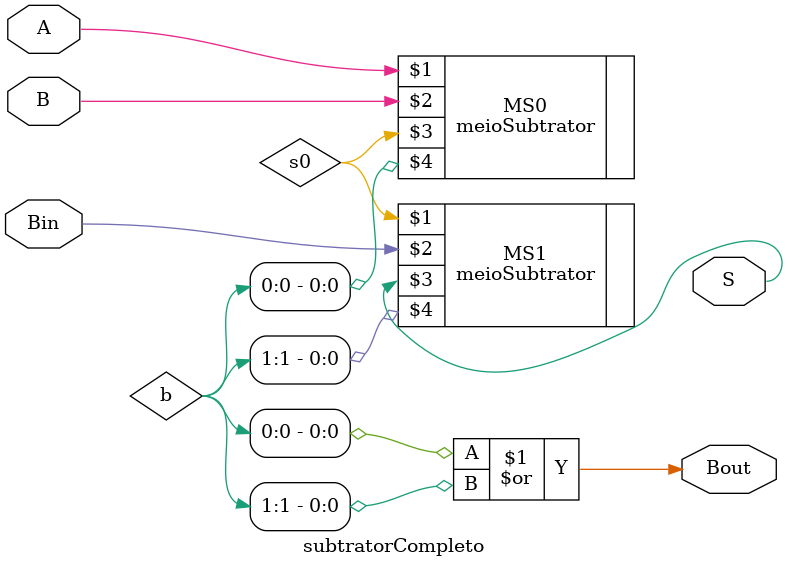
<source format=v>
module subtratorCompleto (A, B, Bin, S, Bout);
    input A, B, Bin;
    output S, Bout;

    wire s0;
	 wire[1:0]b;
	 
	 meioSubtrator MS0(A, B, s0, b[0]);
	 meioSubtrator MS1(s0, Bin, S, b[1]);

    or or1 (Bout, b[0], b[1]);
	 
endmodule
</source>
